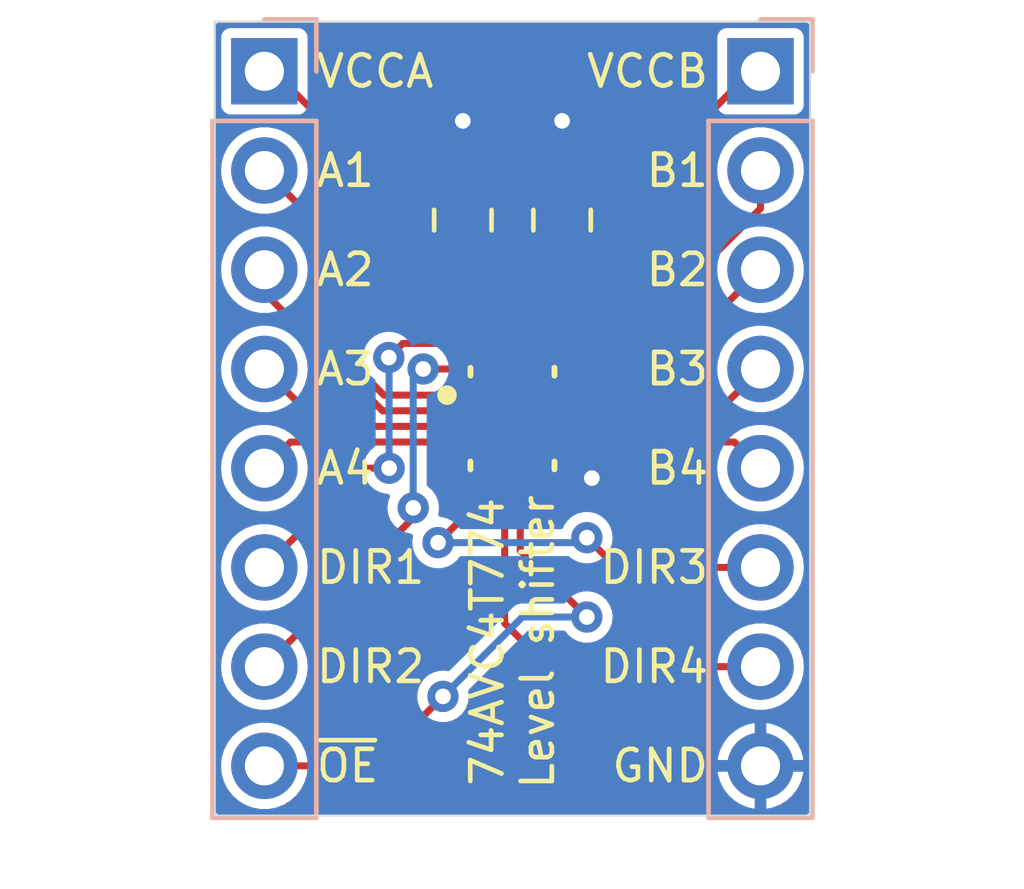
<source format=kicad_pcb>
(kicad_pcb (version 20240108) (generator "pcbnew") (generator_version "8.0")
  (layers (0 "F.Cu" signal) (31 "B.Cu" signal) (34 "B.Paste" user) (35 "F.Paste" user) (36 "B.SilkS" user "B.Silkscreen") (37 "F.SilkS" user "F.Silkscreen") (38 "B.Mask" user) (39 "F.Mask" user) (44 "Edge.Cuts" user))
  (net 0 "")
  (net 1 "/nOE")
  (net 2 "/DIR2")
  (net 3 "/DIR1")
  (net 4 "/A4")
  (net 5 "/A3")
  (net 6 "/A2")
  (net 7 "/A1")
  (net 8 "/VCCA")
  (net 9 "/DIR4")
  (net 10 "/DIR3")
  (net 11 "/B4")
  (net 12 "/B3")
  (net 13 "/B2")
  (net 14 "/B1")
  (net 15 "/VCCB")
  (net 16 "GND")
  (footprint "SN74AVC4T774:Texas_Instruments-RSV_R-PUQFN-N16-0-0-0" (layer "F.Cu") (at 82.55 72.39 -90)
    (property "Reference" "U1" (hide yes))
    (property "Value" "SN74AVC4T774RSVR" (hide yes))
    (fp_line (start -1.3 1.075) (end -1.1 1.075) (stroke (width 0.15)) (layer "F.SilkS"))
    (fp_line (start 1.3 1.075) (end 1.1 1.075) (stroke (width 0.15)) (layer "F.SilkS"))
    (fp_line (start -1.3 -1.075) (end -1.1 -1.075) (stroke (width 0.15)) (layer "F.SilkS"))
    (fp_line (start 1.3 -1.075) (end 1.1 -1.075) (stroke (width 0.15)) (layer "F.SilkS"))
    (fp_circle (center -0.6 1.675) (end -0.475 1.675) (stroke (width 0.25)) (fill none) (layer "F.SilkS"))
    (pad "1" smd rect (at -0.6 0.725 270) (size 0.2 0.75) (layers "F.Cu" "F.Paste" "F.Mask") (net 7 "/A1"))
    (pad "2" smd rect (at -0.2 0.775 270) (size 0.2 0.65) (layers "F.Cu" "F.Paste" "F.Mask") (net 6 "/A2"))
    (pad "3" smd rect (at 0.2 0.775 270) (size 0.2 0.65) (layers "F.Cu" "F.Paste" "F.Mask") (net 5 "/A3"))
    (pad "4" smd rect (at 0.6 0.775 270) (size 0.2 0.65) (layers "F.Cu" "F.Paste" "F.Mask") (net 4 "/A4"))
    (pad "5" smd rect (at 1.175 0.6 270) (size 0.65 0.2) (layers "F.Cu" "F.Paste" "F.Mask") (net 10 "/DIR3"))
    (pad "6" smd rect (at 1.175 0.2 270) (size 0.65 0.2) (layers "F.Cu" "F.Paste" "F.Mask") (net 9 "/DIR4"))
    (pad "7" smd rect (at 1.175 -0.2 270) (size 0.65 0.2) (layers "F.Cu" "F.Paste" "F.Mask") (net 1 "/nOE"))
    (pad "8" smd rect (at 1.175 -0.6 270) (size 0.65 0.2) (layers "F.Cu" "F.Paste" "F.Mask") (net 16 "GND"))
    (pad "9" smd rect (at 0.6 -0.775 270) (size 0.2 0.65) (layers "F.Cu" "F.Paste" "F.Mask") (net 11 "/B4"))
    (pad "10" smd rect (at 0.2 -0.775 270) (size 0.2 0.65) (layers "F.Cu" "F.Paste" "F.Mask") (net 12 "/B3"))
    (pad "11" smd rect (at -0.2 -0.775 270) (size 0.2 0.65) (layers "F.Cu" "F.Paste" "F.Mask") (net 13 "/B2"))
    (pad "12" smd rect (at -0.6 -0.775 270) (size 0.2 0.65) (layers "F.Cu" "F.Paste" "F.Mask") (net 14 "/B1"))
    (pad "13" smd rect (at -1.175 -0.6 270) (size 0.65 0.2) (layers "F.Cu" "F.Paste" "F.Mask") (net 15 "/VCCB"))
    (pad "14" smd rect (at -1.175 -0.2 270) (size 0.65 0.2) (layers "F.Cu" "F.Paste" "F.Mask") (net 8 "/VCCA"))
    (pad "15" smd rect (at -1.175 0.2 270) (size 0.65 0.2) (layers "F.Cu" "F.Paste" "F.Mask") (net 3 "/DIR1"))
    (pad "16" smd rect (at -1.175 0.6 270) (size 0.65 0.2) (layers "F.Cu" "F.Paste" "F.Mask") (net 2 "/DIR2"))
  )
  (footprint "Capacitor_SMD:C_0805_2012Metric_Pad1.18x1.45mm_HandSolder" (layer "F.Cu") (at 83.82 67.31 90)
    (property "Reference" "C2" (hide yes))
    (property "Value" "0.1uF")
    (fp_line (start -0.261252 -0.735) (end 0.261252 -0.735) (stroke (width 0.12)) (layer "F.SilkS"))
    (fp_line (start -0.261252 0.735) (end 0.261252 0.735) (stroke (width 0.12)) (layer "F.SilkS"))
    (pad "1" smd roundrect (at -1.0375 0 90) (size 1.175 1.45) (layers "F.Cu" "F.Paste" "F.Mask") (roundrect_rratio 0.212766) (net 15 "/VCCB"))
    (pad "2" smd roundrect (at 1.0375 0 90) (size 1.175 1.45) (layers "F.Cu" "F.Paste" "F.Mask") (roundrect_rratio 0.212766) (net 16 "GND"))
  )
  (footprint "Capacitor_SMD:C_0805_2012Metric_Pad1.18x1.45mm_HandSolder" (layer "F.Cu") (at 81.28 67.31 90)
    (property "Reference" "C1" (hide yes))
    (property "Value" "0.1uF")
    (fp_line (start -0.261252 -0.735) (end 0.261252 -0.735) (stroke (width 0.12)) (layer "F.SilkS"))
    (fp_line (start -0.261252 0.735) (end 0.261252 0.735) (stroke (width 0.12)) (layer "F.SilkS"))
    (pad "1" smd roundrect (at -1.0375 0 90) (size 1.175 1.45) (layers "F.Cu" "F.Paste" "F.Mask") (roundrect_rratio 0.212766) (net 8 "/VCCA"))
    (pad "2" smd roundrect (at 1.0375 0 90) (size 1.175 1.45) (layers "F.Cu" "F.Paste" "F.Mask") (roundrect_rratio 0.212766) (net 16 "GND"))
  )
  (footprint "Connector_PinHeader_2.54mm:PinHeader_1x08_P2.54mm_Vertical" (layer "B.Cu") (at 76.2 63.5 180)
    (property "Reference" "J1" (hide yes))
    (property "Value" "Conn_01x08_Male")
    (fp_line (start 1.33 -1.27) (end 1.33 -19.11) (stroke (width 0.12)) (layer "B.SilkS"))
    (fp_line (start -1.33 1.33) (end 0 1.33) (stroke (width 0.12)) (layer "B.SilkS"))
    (fp_line (start -1.33 0) (end -1.33 1.33) (stroke (width 0.12)) (layer "B.SilkS"))
    (fp_line (start -1.33 -1.27) (end 1.33 -1.27) (stroke (width 0.12)) (layer "B.SilkS"))
    (fp_line (start -1.33 -1.27) (end -1.33 -19.11) (stroke (width 0.12)) (layer "B.SilkS"))
    (fp_line (start -1.33 -19.11) (end 1.33 -19.11) (stroke (width 0.12)) (layer "B.SilkS"))
    (pad "1" thru_hole rect (at 0 0 180) (size 1.7 1.7) (drill 1) (layers "*.Cu" "*.Mask") (net 8 "/VCCA"))
    (pad "2" thru_hole oval (at 0 -2.54 180) (size 1.7 1.7) (drill 1) (layers "*.Cu" "*.Mask") (net 7 "/A1"))
    (pad "3" thru_hole oval (at 0 -5.08 180) (size 1.7 1.7) (drill 1) (layers "*.Cu" "*.Mask") (net 6 "/A2"))
    (pad "4" thru_hole oval (at 0 -7.62 180) (size 1.7 1.7) (drill 1) (layers "*.Cu" "*.Mask") (net 5 "/A3"))
    (pad "5" thru_hole oval (at 0 -10.16 180) (size 1.7 1.7) (drill 1) (layers "*.Cu" "*.Mask") (net 4 "/A4"))
    (pad "6" thru_hole oval (at 0 -12.7 180) (size 1.7 1.7) (drill 1) (layers "*.Cu" "*.Mask") (net 3 "/DIR1"))
    (pad "7" thru_hole oval (at 0 -15.24 180) (size 1.7 1.7) (drill 1) (layers "*.Cu" "*.Mask") (net 2 "/DIR2"))
    (pad "8" thru_hole oval (at 0 -17.78 180) (size 1.7 1.7) (drill 1) (layers "*.Cu" "*.Mask") (net 1 "/nOE"))
  )
  (footprint "Connector_PinHeader_2.54mm:PinHeader_1x08_P2.54mm_Vertical" (layer "B.Cu") (at 88.9 63.5 180)
    (property "Reference" "J2" (hide yes))
    (property "Value" "Conn_01x08_Male")
    (fp_line (start 1.33 -1.27) (end 1.33 -19.11) (stroke (width 0.12)) (layer "B.SilkS"))
    (fp_line (start -1.33 1.33) (end 0 1.33) (stroke (width 0.12)) (layer "B.SilkS"))
    (fp_line (start -1.33 0) (end -1.33 1.33) (stroke (width 0.12)) (layer "B.SilkS"))
    (fp_line (start -1.33 -1.27) (end 1.33 -1.27) (stroke (width 0.12)) (layer "B.SilkS"))
    (fp_line (start -1.33 -1.27) (end -1.33 -19.11) (stroke (width 0.12)) (layer "B.SilkS"))
    (fp_line (start -1.33 -19.11) (end 1.33 -19.11) (stroke (width 0.12)) (layer "B.SilkS"))
    (pad "1" thru_hole rect (at 0 0 180) (size 1.7 1.7) (drill 1) (layers "*.Cu" "*.Mask") (net 15 "/VCCB"))
    (pad "2" thru_hole oval (at 0 -2.54 180) (size 1.7 1.7) (drill 1) (layers "*.Cu" "*.Mask") (net 14 "/B1"))
    (pad "3" thru_hole oval (at 0 -5.08 180) (size 1.7 1.7) (drill 1) (layers "*.Cu" "*.Mask") (net 13 "/B2"))
    (pad "4" thru_hole oval (at 0 -7.62 180) (size 1.7 1.7) (drill 1) (layers "*.Cu" "*.Mask") (net 12 "/B3"))
    (pad "5" thru_hole oval (at 0 -10.16 180) (size 1.7 1.7) (drill 1) (layers "*.Cu" "*.Mask") (net 11 "/B4"))
    (pad "6" thru_hole oval (at 0 -12.7 180) (size 1.7 1.7) (drill 1) (layers "*.Cu" "*.Mask") (net 10 "/DIR3"))
    (pad "7" thru_hole oval (at 0 -15.24 180) (size 1.7 1.7) (drill 1) (layers "*.Cu" "*.Mask") (net 9 "/DIR4"))
    (pad "8" thru_hole oval (at 0 -17.78 180) (size 1.7 1.7) (drill 1) (layers "*.Cu" "*.Mask") (net 16 "GND"))
  )
  (gr_line (start 74.93 82.55) (end 74.93 62.23) (stroke (width 0.05)) (layer "Edge.Cuts"))
  (gr_line (start 90.17 62.23) (end 90.17 82.55) (stroke (width 0.05)) (layer "Edge.Cuts"))
  (gr_line (start 90.17 82.55) (end 74.93 82.55) (stroke (width 0.05)) (layer "Edge.Cuts"))
  (gr_line (start 74.93 62.23) (end 90.17 62.23) (stroke (width 0.05)) (layer "Edge.Cuts"))
  (gr_text "A1" (at 77.47 66.04 0) (layer "F.SilkS") (effects (font (size 0.8 0.8) (thickness 0.12)) (justify left)))
  (gr_text "A2" (at 77.47 68.58 0) (layer "F.SilkS") (effects (font (size 0.8 0.8) (thickness 0.12)) (justify left)))
  (gr_text "A3" (at 77.47 71.12 0) (layer "F.SilkS") (effects (font (size 0.8 0.8) (thickness 0.12)) (justify left)))
  (gr_text "A4" (at 77.47 73.66 0) (layer "F.SilkS") (effects (font (size 0.8 0.8) (thickness 0.12)) (justify left)))
  (gr_text "DIR1" (at 77.47 76.2 0) (layer "F.SilkS") (effects (font (size 0.8 0.8) (thickness 0.12)) (justify left)))
  (gr_text "DIR2" (at 77.47 78.74 0) (layer "F.SilkS") (effects (font (size 0.8 0.8) (thickness 0.12)) (justify left)))
  (gr_text "~{OE}" (at 77.47 81.28 0) (layer "F.SilkS") (effects (font (size 0.8 0.8) (thickness 0.12)) (justify left)))
  (gr_text "VCCB" (at 87.63 63.5 0) (layer "F.SilkS") (effects (font (size 0.8 0.8) (thickness 0.12)) (justify right)))
  (gr_text "B1" (at 87.63 66.04 0) (layer "F.SilkS") (effects (font (size 0.8 0.8) (thickness 0.12)) (justify right)))
  (gr_text "B2" (at 87.63 68.58 0) (layer "F.SilkS") (effects (font (size 0.8 0.8) (thickness 0.12)) (justify right)))
  (gr_text "B3" (at 87.63 71.12 0) (layer "F.SilkS") (effects (font (size 0.8 0.8) (thickness 0.12)) (justify right)))
  (gr_text "B4" (at 87.63 73.66 0) (layer "F.SilkS") (effects (font (size 0.8 0.8) (thickness 0.12)) (justify right)))
  (gr_text "DIR3" (at 87.63 76.2 0) (layer "F.SilkS") (effects (font (size 0.8 0.8) (thickness 0.12)) (justify right)))
  (gr_text "DIR4" (at 87.63 78.74 0) (layer "F.SilkS") (effects (font (size 0.8 0.8) (thickness 0.12)) (justify right)))
  (gr_text "GND" (at 87.63 81.28 0) (layer "F.SilkS") (effects (font (size 0.8 0.8) (thickness 0.12)) (justify right)))
  (gr_text "74AVC4T774\nLevel shifter" (at 82.55 78.105 90) (layer "F.SilkS") (effects (font (size 0.8 0.8) (thickness 0.12))))
  (gr_text "VCCA" (at 77.47 63.5 0) (layer "F.SilkS") (effects (font (size 0.8 0.8) (thickness 0.12)) (justify left)))
  (segment (start 78.994008 81.28) (end 80.772004 79.502004) (width 0.18) (layer "F.Cu") (net 1))
  (segment (start 82.75 73.565) (end 82.75 75.764998) (width 0.18) (layer "F.Cu") (net 1))
  (segment (start 82.75 75.764998) (end 84.455 77.469998) (width 0.18) (layer "F.Cu") (net 1))
  (segment (start 76.2 81.28) (end 78.994008 81.28) (width 0.18) (layer "F.Cu") (net 1))
  (via (at 80.772004 79.502004) (size 0.8) (drill 0.4) (layers "F.Cu" "B.Cu") (net 1))
  (via (at 84.455 77.469998) (size 0.8) (drill 0.4) (layers "F.Cu" "B.Cu") (net 1))
  (segment (start 82.80401 77.469998) (end 84.455 77.469998) (width 0.18) (layer "B.Cu") (net 1))
  (segment (start 80.772004 79.502004) (end 82.80401 77.469998) (width 0.18) (layer "B.Cu") (net 1))
  (segment (start 80.01 74.93) (end 80.01 74.676) (width 0.18) (layer "F.Cu") (net 2))
  (segment (start 80.264 71.12) (end 81.855 71.12) (width 0.18) (layer "F.Cu") (net 2))
  (segment (start 76.2 78.74) (end 80.01 74.93) (width 0.18) (layer "F.Cu") (net 2))
  (segment (start 81.855 71.12) (end 81.95 71.215) (width 0.18) (layer "F.Cu") (net 2))
  (via (at 80.264 71.12) (size 0.8) (drill 0.4) (layers "F.Cu" "B.Cu") (net 2))
  (via (at 80.01 74.676) (size 0.8) (drill 0.4) (layers "F.Cu" "B.Cu") (net 2))
  (segment (start 80.01 74.676) (end 80.01 71.374) (width 0.18) (layer "B.Cu") (net 2))
  (segment (start 80.01 71.374) (end 80.264 71.12) (width 0.18) (layer "B.Cu") (net 2))
  (segment (start 76.2 76.2) (end 78.74 73.66) (width 0.18) (layer "F.Cu") (net 3))
  (segment (start 79.744413 70.467002) (end 79.384559 70.826856) (width 0.18) (layer "F.Cu") (net 3))
  (segment (start 82.35 70.71) (end 82.107002 70.467002) (width 0.18) (layer "F.Cu") (net 3))
  (segment (start 82.35 71.215) (end 82.35 70.71) (width 0.18) (layer "F.Cu") (net 3))
  (segment (start 78.74 73.66) (end 79.39299 73.66) (width 0.18) (layer "F.Cu") (net 3))
  (segment (start 82.107002 70.467002) (end 79.744413 70.467002) (width 0.18) (layer "F.Cu") (net 3))
  (via (at 79.39299 73.66) (size 0.8) (drill 0.4) (layers "F.Cu" "B.Cu") (net 3))
  (via (at 79.384559 70.826856) (size 0.8) (drill 0.4) (layers "F.Cu" "B.Cu") (net 3))
  (segment (start 79.39299 70.835287) (end 79.384559 70.826856) (width 0.18) (layer "B.Cu") (net 3))
  (segment (start 79.39299 73.66) (end 79.39299 70.835287) (width 0.18) (layer "B.Cu") (net 3))
  (segment (start 76.87 72.99) (end 81.775 72.99) (width 0.18) (layer "F.Cu") (net 4))
  (segment (start 76.2 73.66) (end 76.87 72.99) (width 0.18) (layer "F.Cu") (net 4))
  (segment (start 77.67 72.59) (end 81.775 72.59) (width 0.18) (layer "F.Cu") (net 5))
  (segment (start 76.2 71.12) (end 77.67 72.59) (width 0.18) (layer "F.Cu") (net 5))
  (segment (start 76.2 68.58) (end 76.2 69.165341) (width 0.18) (layer "F.Cu") (net 6))
  (segment (start 79.224659 72.19) (end 81.775 72.19) (width 0.18) (layer "F.Cu") (net 6))
  (segment (start 76.2 69.165341) (end 79.224659 72.19) (width 0.18) (layer "F.Cu") (net 6))
  (segment (start 77.47 67.31) (end 76.2 66.04) (width 0.18) (layer "F.Cu") (net 7))
  (segment (start 77.47 70.001162) (end 77.47 67.31) (width 0.18) (layer "F.Cu") (net 7))
  (segment (start 81.825 71.79) (end 79.258838 71.79) (width 0.18) (layer "F.Cu") (net 7))
  (segment (start 79.258838 71.79) (end 77.47 70.001162) (width 0.18) (layer "F.Cu") (net 7))
  (segment (start 82.75 69.8175) (end 82.03125 69.09875) (width 0.18) (layer "F.Cu") (net 8))
  (segment (start 82.03125 69.09875) (end 81.28 68.3475) (width 0.18) (layer "F.Cu") (net 8))
  (segment (start 82.75 71.215) (end 82.75 69.8175) (width 0.18) (layer "F.Cu") (net 8))
  (segment (start 81.28 68.3475) (end 76.4325 63.5) (width 0.18) (layer "F.Cu") (net 8))
  (segment (start 76.4325 63.5) (end 76.2 63.5) (width 0.18) (layer "F.Cu") (net 8))
  (segment (start 82.35 77.626834) (end 83.463166 78.74) (width 0.18) (layer "F.Cu") (net 9))
  (segment (start 87.697919 78.74) (end 88.9 78.74) (width 0.18) (layer "F.Cu") (net 9))
  (segment (start 82.35 73.565) (end 82.35 77.626834) (width 0.18) (layer "F.Cu") (net 9))
  (segment (start 83.463166 78.74) (end 87.697919 78.74) (width 0.18) (layer "F.Cu") (net 9))
  (segment (start 85.217 76.2) (end 84.455 75.438) (width 0.18) (layer "F.Cu") (net 10))
  (segment (start 81.95 74.259996) (end 80.644996 75.565) (width 0.18) (layer "F.Cu") (net 10))
  (segment (start 88.9 76.2) (end 85.217 76.2) (width 0.18) (layer "F.Cu") (net 10))
  (segment (start 81.95 73.565) (end 81.95 74.259996) (width 0.18) (layer "F.Cu") (net 10))
  (via (at 80.644996 75.565) (size 0.8) (drill 0.4) (layers "F.Cu" "B.Cu") (net 10))
  (via (at 84.455 75.438) (size 0.8) (drill 0.4) (layers "F.Cu" "B.Cu") (net 10))
  (segment (start 80.644996 75.565) (end 84.328 75.565) (width 0.18) (layer "B.Cu") (net 10))
  (segment (start 84.328 75.565) (end 84.455 75.438) (width 0.18) (layer "B.Cu") (net 10))
  (segment (start 88.23 72.99) (end 88.9 73.66) (width 0.18) (layer "F.Cu") (net 11))
  (segment (start 83.325 72.99) (end 88.23 72.99) (width 0.18) (layer "F.Cu") (net 11))
  (segment (start 83.325 72.59) (end 87.43 72.59) (width 0.18) (layer "F.Cu") (net 12))
  (segment (start 87.43 72.59) (end 88.9 71.12) (width 0.18) (layer "F.Cu") (net 12))
  (segment (start 83.325 72.19) (end 85.29 72.19) (width 0.18) (layer "F.Cu") (net 13))
  (segment (start 85.29 72.19) (end 88.9 68.58) (width 0.18) (layer "F.Cu") (net 13))
  (segment (start 88.9 67.010454) (end 88.9 66.04) (width 0.18) (layer "F.Cu") (net 14))
  (segment (start 84.120454 71.79) (end 88.9 67.010454) (width 0.18) (layer "F.Cu") (net 14))
  (segment (start 83.325 71.79) (end 84.120454 71.79) (width 0.18) (layer "F.Cu") (net 14))
  (segment (start 83.82 68.3475) (end 88.6675 63.5) (width 0.18) (layer "F.Cu") (net 15))
  (segment (start 83.15 69.0175) (end 83.82 68.3475) (width 0.18) (layer "F.Cu") (net 15))
  (segment (start 88.6675 63.5) (end 88.9 63.5) (width 0.18) (layer "F.Cu") (net 15))
  (segment (start 83.15 71.215) (end 83.15 69.0175) (width 0.18) (layer "F.Cu") (net 15))
  (segment (start 84.233008 73.565) (end 84.582008 73.914) (width 0.18) (layer "F.Cu") (net 16))
  (segment (start 81.28 66.2725) (end 81.28 64.77) (width 0.18) (layer "F.Cu") (net 16))
  (segment (start 83.15 73.565) (end 84.233008 73.565) (width 0.18) (layer "F.Cu") (net 16))
  (segment (start 83.82 66.2725) (end 83.82 64.77) (width 0.18) (layer "F.Cu") (net 16))
  (via (at 84.582008 73.914) (size 0.8) (drill 0.4) (layers "F.Cu" "B.Cu") (net 16))
  (via (at 81.28 64.77) (size 0.8) (drill 0.4) (layers "F.Cu" "B.Cu") (net 16))
  (via (at 83.82 64.77) (size 0.8) (drill 0.4) (layers "F.Cu" "B.Cu") (net 16))
  (zone (net 16) (net_name "GND") (layer "B.Cu") (connect_pads (clearance 0.254)) (min_thickness 0.127) (fill yes (thermal_gap 0.254) (thermal_bridge_width 0.3))
    (polygon (pts (xy 90.17 82.55) (xy 74.93 82.55) (xy 74.93 62.23) (xy 90.17 62.23)))
  )
)
</source>
